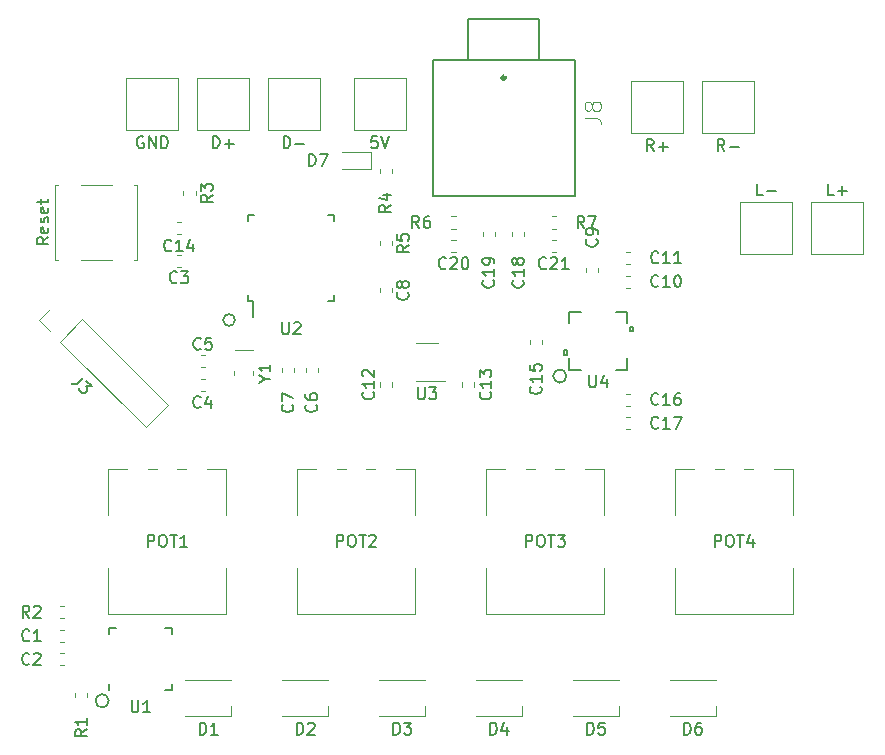
<source format=gbr>
G04 #@! TF.GenerationSoftware,KiCad,Pcbnew,(5.0.0)*
G04 #@! TF.CreationDate,2021-03-23T01:42:42-07:00*
G04 #@! TF.ProjectId,TheVolumeMixerV2,546865566F6C756D654D697865725632,rev?*
G04 #@! TF.SameCoordinates,Original*
G04 #@! TF.FileFunction,Legend,Top*
G04 #@! TF.FilePolarity,Positive*
%FSLAX46Y46*%
G04 Gerber Fmt 4.6, Leading zero omitted, Abs format (unit mm)*
G04 Created by KiCad (PCBNEW (5.0.0)) date 03/23/21 01:42:42*
%MOMM*%
%LPD*%
G01*
G04 APERTURE LIST*
%ADD10C,0.200000*%
%ADD11C,0.152400*%
%ADD12C,0.120000*%
%ADD13C,0.127000*%
%ADD14C,0.300000*%
%ADD15C,0.150000*%
%ADD16C,0.015000*%
G04 APERTURE END LIST*
D10*
X120559017Y-121500000D02*
G75*
G03X120559017Y-121500000I-559017J0D01*
G01*
X159309017Y-94000000D02*
G75*
G03X159309017Y-94000000I-559017J0D01*
G01*
X131250000Y-89250000D02*
G75*
G03X131250000Y-89250000I-500000J0D01*
G01*
D11*
G04 #@! TO.C,U4*
X164456000Y-93456000D02*
X164456000Y-92468246D01*
X164456000Y-88544000D02*
X163467994Y-88544000D01*
X159544000Y-88544000D02*
X159544000Y-89531754D01*
X159544000Y-93456000D02*
X160532006Y-93456000D01*
X163467994Y-93456000D02*
X164456000Y-93456000D01*
X164456000Y-89531754D02*
X164456000Y-88544000D01*
X160532006Y-88544000D02*
X159544000Y-88544000D01*
X159544000Y-92468246D02*
X159544000Y-93456000D01*
X164654000Y-90190248D02*
X164908000Y-90190248D01*
X164908000Y-90190248D02*
X164908000Y-89809248D01*
X164908000Y-89809248D02*
X164654000Y-89809248D01*
X164654000Y-89809248D02*
X164654000Y-90190248D01*
X159346000Y-92190752D02*
X159092000Y-92190752D01*
X159092000Y-92190752D02*
X159092000Y-91809752D01*
X159092000Y-91809752D02*
X159346000Y-91809752D01*
X159346000Y-91809752D02*
X159346000Y-92190752D01*
D12*
G04 #@! TO.C,D2*
X139150000Y-119754156D02*
X135250000Y-119754156D01*
X139150000Y-122754156D02*
X135250000Y-122754156D01*
X139150000Y-121954156D02*
X139150000Y-122754156D01*
G04 #@! TO.C,D1*
X130950000Y-119754156D02*
X127050000Y-119754156D01*
X130950000Y-122754156D02*
X127050000Y-122754156D01*
X130950000Y-121954156D02*
X130950000Y-122754156D01*
D13*
G04 #@! TO.C,J8*
X160000000Y-67250000D02*
X160000000Y-78750000D01*
X160000000Y-78750000D02*
X148000000Y-78750000D01*
X148000000Y-78750000D02*
X148000000Y-67250000D01*
D14*
X154150000Y-68750000D02*
G75*
G03X154150000Y-68750000I-150000J0D01*
G01*
D13*
X160000000Y-67250000D02*
X157000000Y-67250000D01*
X157000000Y-67250000D02*
X151000000Y-67250000D01*
X151000000Y-67250000D02*
X148000000Y-67250000D01*
X157000000Y-67250000D02*
X157000000Y-63750000D01*
X157000000Y-63750000D02*
X151000000Y-63750000D01*
X151000000Y-63750000D02*
X151000000Y-67250000D01*
D12*
G04 #@! TO.C,C2*
X116453733Y-117467078D02*
X116796267Y-117467078D01*
X116453733Y-118487078D02*
X116796267Y-118487078D01*
G04 #@! TO.C,C3*
X126671267Y-84760000D02*
X126328733Y-84760000D01*
X126671267Y-83740000D02*
X126328733Y-83740000D01*
G04 #@! TO.C,C6*
X138260000Y-93328733D02*
X138260000Y-93671267D01*
X137240000Y-93328733D02*
X137240000Y-93671267D01*
G04 #@! TO.C,C7*
X136260000Y-93328733D02*
X136260000Y-93671267D01*
X135240000Y-93328733D02*
X135240000Y-93671267D01*
G04 #@! TO.C,C18*
X155760000Y-81828733D02*
X155760000Y-82171267D01*
X154740000Y-81828733D02*
X154740000Y-82171267D01*
G04 #@! TO.C,C19*
X152240000Y-81828733D02*
X152240000Y-82171267D01*
X153260000Y-81828733D02*
X153260000Y-82171267D01*
G04 #@! TO.C,C12*
X144517233Y-94887384D02*
X144517233Y-94544850D01*
X143497233Y-94887384D02*
X143497233Y-94544850D01*
G04 #@! TO.C,C13*
X150497233Y-94887384D02*
X150497233Y-94544850D01*
X151517233Y-94887384D02*
X151517233Y-94544850D01*
G04 #@! TO.C,D7*
X140325000Y-76485000D02*
X142785000Y-76485000D01*
X142785000Y-76485000D02*
X142785000Y-75015000D01*
X142785000Y-75015000D02*
X140325000Y-75015000D01*
G04 #@! TO.C,5V*
X145700000Y-73200000D02*
X141300000Y-73200000D01*
X141300000Y-73200000D02*
X141300000Y-68800000D01*
X141300000Y-68800000D02*
X145700000Y-68800000D01*
X145700000Y-68800000D02*
X145700000Y-73200000D01*
G04 #@! TO.C,D-*
X138450000Y-68800000D02*
X138450000Y-73200000D01*
X134050000Y-68800000D02*
X138450000Y-68800000D01*
X134050000Y-73200000D02*
X134050000Y-68800000D01*
X138450000Y-73200000D02*
X134050000Y-73200000D01*
G04 #@! TO.C,J3*
X123684205Y-98315109D02*
X125565109Y-96434205D01*
X116457574Y-91088478D02*
X123684205Y-98315109D01*
X118338478Y-89207574D02*
X125565109Y-96434205D01*
X116457574Y-91088478D02*
X118338478Y-89207574D01*
X115559548Y-90190452D02*
X114619096Y-89250000D01*
X114619096Y-89250000D02*
X115559548Y-88309548D01*
G04 #@! TO.C,D+*
X132450000Y-73200000D02*
X128050000Y-73200000D01*
X128050000Y-73200000D02*
X128050000Y-68800000D01*
X128050000Y-68800000D02*
X132450000Y-68800000D01*
X132450000Y-68800000D02*
X132450000Y-73200000D01*
G04 #@! TO.C,GND*
X126450000Y-68800000D02*
X126450000Y-73200000D01*
X122050000Y-68800000D02*
X126450000Y-68800000D01*
X122050000Y-73200000D02*
X122050000Y-68800000D01*
X126450000Y-73200000D02*
X122050000Y-73200000D01*
G04 #@! TO.C,L+*
X180050000Y-79300000D02*
X184450000Y-79300000D01*
X184450000Y-79300000D02*
X184450000Y-83700000D01*
X184450000Y-83700000D02*
X180050000Y-83700000D01*
X180050000Y-83700000D02*
X180050000Y-79300000D01*
G04 #@! TO.C,L-*
X174050000Y-83700000D02*
X174050000Y-79300000D01*
X178450000Y-83700000D02*
X174050000Y-83700000D01*
X178450000Y-79300000D02*
X178450000Y-83700000D01*
X174050000Y-79300000D02*
X178450000Y-79300000D01*
G04 #@! TO.C,R-*
X170800000Y-73450000D02*
X170800000Y-69050000D01*
X175200000Y-73450000D02*
X170800000Y-73450000D01*
X175200000Y-69050000D02*
X175200000Y-73450000D01*
X170800000Y-69050000D02*
X175200000Y-69050000D01*
G04 #@! TO.C,R+*
X164800000Y-69050000D02*
X169200000Y-69050000D01*
X169200000Y-69050000D02*
X169200000Y-73450000D01*
X169200000Y-73450000D02*
X164800000Y-73450000D01*
X164800000Y-73450000D02*
X164800000Y-69050000D01*
G04 #@! TO.C,Reset*
X116300000Y-84150000D02*
X116050000Y-84150000D01*
X116050000Y-84150000D02*
X116050000Y-77850000D01*
X116050000Y-77850000D02*
X116300000Y-77850000D01*
X120800000Y-84150000D02*
X118200000Y-84150000D01*
X122700000Y-77850000D02*
X122950000Y-77850000D01*
X122950000Y-77850000D02*
X122950000Y-84150000D01*
X122950000Y-84150000D02*
X122700000Y-84150000D01*
X118200000Y-77850000D02*
X120800000Y-77850000D01*
D15*
G04 #@! TO.C,U2*
X132375000Y-87625000D02*
X132800000Y-87625000D01*
X132375000Y-80375000D02*
X132900000Y-80375000D01*
X139625000Y-80375000D02*
X139100000Y-80375000D01*
X139625000Y-87625000D02*
X139100000Y-87625000D01*
X132375000Y-87625000D02*
X132375000Y-87100000D01*
X139625000Y-87625000D02*
X139625000Y-87100000D01*
X139625000Y-80375000D02*
X139625000Y-80900000D01*
X132375000Y-80375000D02*
X132375000Y-80900000D01*
X132800000Y-87625000D02*
X132800000Y-89000000D01*
D12*
G04 #@! TO.C,U3*
X148400000Y-91191116D02*
X146600000Y-91191116D01*
X146600000Y-94411116D02*
X149050000Y-94411116D01*
G04 #@! TO.C,Y1*
X132800000Y-93600000D02*
X132800000Y-93900000D01*
X131200000Y-93600000D02*
X131200000Y-93900000D01*
X132750000Y-91800000D02*
X131250000Y-91800000D01*
G04 #@! TO.C,C1*
X116796267Y-116487078D02*
X116453733Y-116487078D01*
X116796267Y-115467078D02*
X116453733Y-115467078D01*
G04 #@! TO.C,C4*
X128343733Y-94240000D02*
X128686267Y-94240000D01*
X128343733Y-95260000D02*
X128686267Y-95260000D01*
G04 #@! TO.C,C5*
X128343733Y-93260000D02*
X128686267Y-93260000D01*
X128343733Y-92240000D02*
X128686267Y-92240000D01*
G04 #@! TO.C,C8*
X144510000Y-86921267D02*
X144510000Y-86578733D01*
X143490000Y-86921267D02*
X143490000Y-86578733D01*
G04 #@! TO.C,C9*
X160990000Y-85171267D02*
X160990000Y-84828733D01*
X162010000Y-85171267D02*
X162010000Y-84828733D01*
G04 #@! TO.C,C10*
X164328733Y-86510000D02*
X164671267Y-86510000D01*
X164328733Y-85490000D02*
X164671267Y-85490000D01*
G04 #@! TO.C,C11*
X164328733Y-83490000D02*
X164671267Y-83490000D01*
X164328733Y-84510000D02*
X164671267Y-84510000D01*
G04 #@! TO.C,C14*
X126328733Y-80990000D02*
X126671267Y-80990000D01*
X126328733Y-82010000D02*
X126671267Y-82010000D01*
G04 #@! TO.C,C15*
X156240000Y-90909809D02*
X156240000Y-91252343D01*
X157260000Y-90909809D02*
X157260000Y-91252343D01*
G04 #@! TO.C,C16*
X164328733Y-96510000D02*
X164671267Y-96510000D01*
X164328733Y-95490000D02*
X164671267Y-95490000D01*
G04 #@! TO.C,C17*
X164328733Y-97490000D02*
X164671267Y-97490000D01*
X164328733Y-98510000D02*
X164671267Y-98510000D01*
G04 #@! TO.C,R1*
X117740000Y-121148345D02*
X117740000Y-120805811D01*
X118760000Y-121148345D02*
X118760000Y-120805811D01*
G04 #@! TO.C,R2*
X116453733Y-114510000D02*
X116796267Y-114510000D01*
X116453733Y-113490000D02*
X116796267Y-113490000D01*
G04 #@! TO.C,R3*
X127910000Y-78328733D02*
X127910000Y-78671267D01*
X126890000Y-78328733D02*
X126890000Y-78671267D01*
G04 #@! TO.C,R4*
X143490000Y-76428733D02*
X143490000Y-76771267D01*
X144510000Y-76428733D02*
X144510000Y-76771267D01*
G04 #@! TO.C,R5*
X144510000Y-82578733D02*
X144510000Y-82921267D01*
X143490000Y-82578733D02*
X143490000Y-82921267D01*
G04 #@! TO.C,R6*
X149578733Y-80490000D02*
X149921267Y-80490000D01*
X149578733Y-81510000D02*
X149921267Y-81510000D01*
G04 #@! TO.C,R7*
X158405744Y-80490000D02*
X158063210Y-80490000D01*
X158405744Y-81510000D02*
X158063210Y-81510000D01*
G04 #@! TO.C,POT1*
X130470000Y-101880000D02*
X130470000Y-105745000D01*
X130470000Y-110255000D02*
X130470000Y-114120000D01*
X120530000Y-101880000D02*
X120530000Y-105745000D01*
X120530000Y-110255000D02*
X120530000Y-114120000D01*
X130470000Y-101880000D02*
X128871000Y-101880000D01*
X127129000Y-101880000D02*
X126370000Y-101880000D01*
X124629000Y-101880000D02*
X123870000Y-101880000D01*
X122130000Y-101880000D02*
X120530000Y-101880000D01*
X130470000Y-114120000D02*
X120530000Y-114120000D01*
G04 #@! TO.C,POT2*
X146470000Y-114120000D02*
X136530000Y-114120000D01*
X138130000Y-101880000D02*
X136530000Y-101880000D01*
X140629000Y-101880000D02*
X139870000Y-101880000D01*
X143129000Y-101880000D02*
X142370000Y-101880000D01*
X146470000Y-101880000D02*
X144871000Y-101880000D01*
X136530000Y-110255000D02*
X136530000Y-114120000D01*
X136530000Y-101880000D02*
X136530000Y-105745000D01*
X146470000Y-110255000D02*
X146470000Y-114120000D01*
X146470000Y-101880000D02*
X146470000Y-105745000D01*
G04 #@! TO.C,POT3*
X162470000Y-101880000D02*
X162470000Y-105745000D01*
X162470000Y-110255000D02*
X162470000Y-114120000D01*
X152530000Y-101880000D02*
X152530000Y-105745000D01*
X152530000Y-110255000D02*
X152530000Y-114120000D01*
X162470000Y-101880000D02*
X160871000Y-101880000D01*
X159129000Y-101880000D02*
X158370000Y-101880000D01*
X156629000Y-101880000D02*
X155870000Y-101880000D01*
X154130000Y-101880000D02*
X152530000Y-101880000D01*
X162470000Y-114120000D02*
X152530000Y-114120000D01*
G04 #@! TO.C,POT4*
X178470000Y-114120000D02*
X168530000Y-114120000D01*
X170130000Y-101880000D02*
X168530000Y-101880000D01*
X172629000Y-101880000D02*
X171870000Y-101880000D01*
X175129000Y-101880000D02*
X174370000Y-101880000D01*
X178470000Y-101880000D02*
X176871000Y-101880000D01*
X168530000Y-110255000D02*
X168530000Y-114120000D01*
X168530000Y-101880000D02*
X168530000Y-105745000D01*
X178470000Y-110255000D02*
X178470000Y-114120000D01*
X178470000Y-101880000D02*
X178470000Y-105745000D01*
G04 #@! TO.C,C20*
X149578733Y-82490000D02*
X149921267Y-82490000D01*
X149578733Y-83510000D02*
X149921267Y-83510000D01*
G04 #@! TO.C,C21*
X158405744Y-82490000D02*
X158063210Y-82490000D01*
X158405744Y-83510000D02*
X158063210Y-83510000D01*
D15*
G04 #@! TO.C,U1*
X120625000Y-115352078D02*
X121150000Y-115352078D01*
X125875000Y-120602078D02*
X125350000Y-120602078D01*
X125875000Y-115352078D02*
X125350000Y-115352078D01*
X120625000Y-120602078D02*
X120625000Y-120077078D01*
X125875000Y-120602078D02*
X125875000Y-120077078D01*
X125875000Y-115352078D02*
X125875000Y-115877078D01*
X120625000Y-115352078D02*
X120625000Y-115877078D01*
D12*
G04 #@! TO.C,D3*
X147350000Y-119750000D02*
X143450000Y-119750000D01*
X147350000Y-122750000D02*
X143450000Y-122750000D01*
X147350000Y-121950000D02*
X147350000Y-122750000D01*
G04 #@! TO.C,D4*
X155550000Y-121950000D02*
X155550000Y-122750000D01*
X155550000Y-122750000D02*
X151650000Y-122750000D01*
X155550000Y-119750000D02*
X151650000Y-119750000D01*
G04 #@! TO.C,D5*
X163750000Y-121950000D02*
X163750000Y-122750000D01*
X163750000Y-122750000D02*
X159850000Y-122750000D01*
X163750000Y-119750000D02*
X159850000Y-119750000D01*
G04 #@! TO.C,D6*
X171950000Y-119750000D02*
X168050000Y-119750000D01*
X171950000Y-122750000D02*
X168050000Y-122750000D01*
X171950000Y-121950000D02*
X171950000Y-122750000D01*
G04 #@! TD*
G04 #@! TO.C,U4*
D15*
X161238095Y-93952380D02*
X161238095Y-94761904D01*
X161285714Y-94857142D01*
X161333333Y-94904761D01*
X161428571Y-94952380D01*
X161619047Y-94952380D01*
X161714285Y-94904761D01*
X161761904Y-94857142D01*
X161809523Y-94761904D01*
X161809523Y-93952380D01*
X162714285Y-94285714D02*
X162714285Y-94952380D01*
X162476190Y-93904761D02*
X162238095Y-94619047D01*
X162857142Y-94619047D01*
G04 #@! TO.C,D2*
X136461904Y-124356536D02*
X136461904Y-123356536D01*
X136700000Y-123356536D01*
X136842857Y-123404156D01*
X136938095Y-123499394D01*
X136985714Y-123594632D01*
X137033333Y-123785108D01*
X137033333Y-123927965D01*
X136985714Y-124118441D01*
X136938095Y-124213679D01*
X136842857Y-124308917D01*
X136700000Y-124356536D01*
X136461904Y-124356536D01*
X137414285Y-123451775D02*
X137461904Y-123404156D01*
X137557142Y-123356536D01*
X137795238Y-123356536D01*
X137890476Y-123404156D01*
X137938095Y-123451775D01*
X137985714Y-123547013D01*
X137985714Y-123642251D01*
X137938095Y-123785108D01*
X137366666Y-124356536D01*
X137985714Y-124356536D01*
G04 #@! TO.C,D1*
X128261904Y-124356536D02*
X128261904Y-123356536D01*
X128500000Y-123356536D01*
X128642857Y-123404156D01*
X128738095Y-123499394D01*
X128785714Y-123594632D01*
X128833333Y-123785108D01*
X128833333Y-123927965D01*
X128785714Y-124118441D01*
X128738095Y-124213679D01*
X128642857Y-124308917D01*
X128500000Y-124356536D01*
X128261904Y-124356536D01*
X129785714Y-124356536D02*
X129214285Y-124356536D01*
X129500000Y-124356536D02*
X129500000Y-123356536D01*
X129404761Y-123499394D01*
X129309523Y-123594632D01*
X129214285Y-123642251D01*
G04 #@! TO.C,J8*
D16*
X160857180Y-72163027D02*
X161857888Y-72163027D01*
X162058030Y-72229741D01*
X162191458Y-72363169D01*
X162258172Y-72563310D01*
X162258172Y-72696738D01*
X161457605Y-71295746D02*
X161390891Y-71429174D01*
X161324177Y-71495888D01*
X161190749Y-71562602D01*
X161124035Y-71562602D01*
X160990607Y-71495888D01*
X160923894Y-71429174D01*
X160857180Y-71295746D01*
X160857180Y-71028890D01*
X160923894Y-70895463D01*
X160990607Y-70828749D01*
X161124035Y-70762035D01*
X161190749Y-70762035D01*
X161324177Y-70828749D01*
X161390891Y-70895463D01*
X161457605Y-71028890D01*
X161457605Y-71295746D01*
X161524319Y-71429174D01*
X161591033Y-71495888D01*
X161724460Y-71562602D01*
X161991316Y-71562602D01*
X162124744Y-71495888D01*
X162191458Y-71429174D01*
X162258172Y-71295746D01*
X162258172Y-71028890D01*
X162191458Y-70895463D01*
X162124744Y-70828749D01*
X161991316Y-70762035D01*
X161724460Y-70762035D01*
X161591033Y-70828749D01*
X161524319Y-70895463D01*
X161457605Y-71028890D01*
G04 #@! TO.C,C2*
D15*
X113833333Y-118357142D02*
X113785714Y-118404761D01*
X113642857Y-118452380D01*
X113547619Y-118452380D01*
X113404761Y-118404761D01*
X113309523Y-118309523D01*
X113261904Y-118214285D01*
X113214285Y-118023809D01*
X113214285Y-117880952D01*
X113261904Y-117690476D01*
X113309523Y-117595238D01*
X113404761Y-117500000D01*
X113547619Y-117452380D01*
X113642857Y-117452380D01*
X113785714Y-117500000D01*
X113833333Y-117547619D01*
X114214285Y-117547619D02*
X114261904Y-117500000D01*
X114357142Y-117452380D01*
X114595238Y-117452380D01*
X114690476Y-117500000D01*
X114738095Y-117547619D01*
X114785714Y-117642857D01*
X114785714Y-117738095D01*
X114738095Y-117880952D01*
X114166666Y-118452380D01*
X114785714Y-118452380D01*
G04 #@! TO.C,C3*
X126333333Y-86037142D02*
X126285714Y-86084761D01*
X126142857Y-86132380D01*
X126047619Y-86132380D01*
X125904761Y-86084761D01*
X125809523Y-85989523D01*
X125761904Y-85894285D01*
X125714285Y-85703809D01*
X125714285Y-85560952D01*
X125761904Y-85370476D01*
X125809523Y-85275238D01*
X125904761Y-85180000D01*
X126047619Y-85132380D01*
X126142857Y-85132380D01*
X126285714Y-85180000D01*
X126333333Y-85227619D01*
X126666666Y-85132380D02*
X127285714Y-85132380D01*
X126952380Y-85513333D01*
X127095238Y-85513333D01*
X127190476Y-85560952D01*
X127238095Y-85608571D01*
X127285714Y-85703809D01*
X127285714Y-85941904D01*
X127238095Y-86037142D01*
X127190476Y-86084761D01*
X127095238Y-86132380D01*
X126809523Y-86132380D01*
X126714285Y-86084761D01*
X126666666Y-86037142D01*
G04 #@! TO.C,C6*
X138107142Y-96416666D02*
X138154761Y-96464285D01*
X138202380Y-96607142D01*
X138202380Y-96702380D01*
X138154761Y-96845238D01*
X138059523Y-96940476D01*
X137964285Y-96988095D01*
X137773809Y-97035714D01*
X137630952Y-97035714D01*
X137440476Y-96988095D01*
X137345238Y-96940476D01*
X137250000Y-96845238D01*
X137202380Y-96702380D01*
X137202380Y-96607142D01*
X137250000Y-96464285D01*
X137297619Y-96416666D01*
X137202380Y-95559523D02*
X137202380Y-95750000D01*
X137250000Y-95845238D01*
X137297619Y-95892857D01*
X137440476Y-95988095D01*
X137630952Y-96035714D01*
X138011904Y-96035714D01*
X138107142Y-95988095D01*
X138154761Y-95940476D01*
X138202380Y-95845238D01*
X138202380Y-95654761D01*
X138154761Y-95559523D01*
X138107142Y-95511904D01*
X138011904Y-95464285D01*
X137773809Y-95464285D01*
X137678571Y-95511904D01*
X137630952Y-95559523D01*
X137583333Y-95654761D01*
X137583333Y-95845238D01*
X137630952Y-95940476D01*
X137678571Y-95988095D01*
X137773809Y-96035714D01*
G04 #@! TO.C,C7*
X136107142Y-96416666D02*
X136154761Y-96464285D01*
X136202380Y-96607142D01*
X136202380Y-96702380D01*
X136154761Y-96845238D01*
X136059523Y-96940476D01*
X135964285Y-96988095D01*
X135773809Y-97035714D01*
X135630952Y-97035714D01*
X135440476Y-96988095D01*
X135345238Y-96940476D01*
X135250000Y-96845238D01*
X135202380Y-96702380D01*
X135202380Y-96607142D01*
X135250000Y-96464285D01*
X135297619Y-96416666D01*
X135202380Y-96083333D02*
X135202380Y-95416666D01*
X136202380Y-95845238D01*
G04 #@! TO.C,C18*
X155607142Y-85892857D02*
X155654761Y-85940476D01*
X155702380Y-86083333D01*
X155702380Y-86178571D01*
X155654761Y-86321428D01*
X155559523Y-86416666D01*
X155464285Y-86464285D01*
X155273809Y-86511904D01*
X155130952Y-86511904D01*
X154940476Y-86464285D01*
X154845238Y-86416666D01*
X154750000Y-86321428D01*
X154702380Y-86178571D01*
X154702380Y-86083333D01*
X154750000Y-85940476D01*
X154797619Y-85892857D01*
X155702380Y-84940476D02*
X155702380Y-85511904D01*
X155702380Y-85226190D02*
X154702380Y-85226190D01*
X154845238Y-85321428D01*
X154940476Y-85416666D01*
X154988095Y-85511904D01*
X155130952Y-84369047D02*
X155083333Y-84464285D01*
X155035714Y-84511904D01*
X154940476Y-84559523D01*
X154892857Y-84559523D01*
X154797619Y-84511904D01*
X154750000Y-84464285D01*
X154702380Y-84369047D01*
X154702380Y-84178571D01*
X154750000Y-84083333D01*
X154797619Y-84035714D01*
X154892857Y-83988095D01*
X154940476Y-83988095D01*
X155035714Y-84035714D01*
X155083333Y-84083333D01*
X155130952Y-84178571D01*
X155130952Y-84369047D01*
X155178571Y-84464285D01*
X155226190Y-84511904D01*
X155321428Y-84559523D01*
X155511904Y-84559523D01*
X155607142Y-84511904D01*
X155654761Y-84464285D01*
X155702380Y-84369047D01*
X155702380Y-84178571D01*
X155654761Y-84083333D01*
X155607142Y-84035714D01*
X155511904Y-83988095D01*
X155321428Y-83988095D01*
X155226190Y-84035714D01*
X155178571Y-84083333D01*
X155130952Y-84178571D01*
G04 #@! TO.C,C19*
X153107142Y-85892857D02*
X153154761Y-85940476D01*
X153202380Y-86083333D01*
X153202380Y-86178571D01*
X153154761Y-86321428D01*
X153059523Y-86416666D01*
X152964285Y-86464285D01*
X152773809Y-86511904D01*
X152630952Y-86511904D01*
X152440476Y-86464285D01*
X152345238Y-86416666D01*
X152250000Y-86321428D01*
X152202380Y-86178571D01*
X152202380Y-86083333D01*
X152250000Y-85940476D01*
X152297619Y-85892857D01*
X153202380Y-84940476D02*
X153202380Y-85511904D01*
X153202380Y-85226190D02*
X152202380Y-85226190D01*
X152345238Y-85321428D01*
X152440476Y-85416666D01*
X152488095Y-85511904D01*
X153202380Y-84464285D02*
X153202380Y-84273809D01*
X153154761Y-84178571D01*
X153107142Y-84130952D01*
X152964285Y-84035714D01*
X152773809Y-83988095D01*
X152392857Y-83988095D01*
X152297619Y-84035714D01*
X152250000Y-84083333D01*
X152202380Y-84178571D01*
X152202380Y-84369047D01*
X152250000Y-84464285D01*
X152297619Y-84511904D01*
X152392857Y-84559523D01*
X152630952Y-84559523D01*
X152726190Y-84511904D01*
X152773809Y-84464285D01*
X152821428Y-84369047D01*
X152821428Y-84178571D01*
X152773809Y-84083333D01*
X152726190Y-84035714D01*
X152630952Y-83988095D01*
G04 #@! TO.C,C12*
X142934375Y-95358974D02*
X142981994Y-95406593D01*
X143029613Y-95549450D01*
X143029613Y-95644688D01*
X142981994Y-95787545D01*
X142886756Y-95882783D01*
X142791518Y-95930402D01*
X142601042Y-95978021D01*
X142458185Y-95978021D01*
X142267709Y-95930402D01*
X142172471Y-95882783D01*
X142077233Y-95787545D01*
X142029613Y-95644688D01*
X142029613Y-95549450D01*
X142077233Y-95406593D01*
X142124852Y-95358974D01*
X143029613Y-94406593D02*
X143029613Y-94978021D01*
X143029613Y-94692307D02*
X142029613Y-94692307D01*
X142172471Y-94787545D01*
X142267709Y-94882783D01*
X142315328Y-94978021D01*
X142124852Y-94025640D02*
X142077233Y-93978021D01*
X142029613Y-93882783D01*
X142029613Y-93644688D01*
X142077233Y-93549450D01*
X142124852Y-93501831D01*
X142220090Y-93454212D01*
X142315328Y-93454212D01*
X142458185Y-93501831D01*
X143029613Y-94073259D01*
X143029613Y-93454212D01*
G04 #@! TO.C,C13*
X152857142Y-95358974D02*
X152904761Y-95406593D01*
X152952380Y-95549450D01*
X152952380Y-95644688D01*
X152904761Y-95787545D01*
X152809523Y-95882783D01*
X152714285Y-95930402D01*
X152523809Y-95978021D01*
X152380952Y-95978021D01*
X152190476Y-95930402D01*
X152095238Y-95882783D01*
X152000000Y-95787545D01*
X151952380Y-95644688D01*
X151952380Y-95549450D01*
X152000000Y-95406593D01*
X152047619Y-95358974D01*
X152952380Y-94406593D02*
X152952380Y-94978021D01*
X152952380Y-94692307D02*
X151952380Y-94692307D01*
X152095238Y-94787545D01*
X152190476Y-94882783D01*
X152238095Y-94978021D01*
X151952380Y-94073259D02*
X151952380Y-93454212D01*
X152333333Y-93787545D01*
X152333333Y-93644688D01*
X152380952Y-93549450D01*
X152428571Y-93501831D01*
X152523809Y-93454212D01*
X152761904Y-93454212D01*
X152857142Y-93501831D01*
X152904761Y-93549450D01*
X152952380Y-93644688D01*
X152952380Y-93930402D01*
X152904761Y-94025640D01*
X152857142Y-94073259D01*
G04 #@! TO.C,D7*
X137511904Y-76202380D02*
X137511904Y-75202380D01*
X137750000Y-75202380D01*
X137892857Y-75250000D01*
X137988095Y-75345238D01*
X138035714Y-75440476D01*
X138083333Y-75630952D01*
X138083333Y-75773809D01*
X138035714Y-75964285D01*
X137988095Y-76059523D01*
X137892857Y-76154761D01*
X137750000Y-76202380D01*
X137511904Y-76202380D01*
X138416666Y-75202380D02*
X139083333Y-75202380D01*
X138654761Y-76202380D01*
G04 #@! TO.C,5V*
X143309523Y-73702380D02*
X142833333Y-73702380D01*
X142785714Y-74178571D01*
X142833333Y-74130952D01*
X142928571Y-74083333D01*
X143166666Y-74083333D01*
X143261904Y-74130952D01*
X143309523Y-74178571D01*
X143357142Y-74273809D01*
X143357142Y-74511904D01*
X143309523Y-74607142D01*
X143261904Y-74654761D01*
X143166666Y-74702380D01*
X142928571Y-74702380D01*
X142833333Y-74654761D01*
X142785714Y-74607142D01*
X143642857Y-73702380D02*
X143976190Y-74702380D01*
X144309523Y-73702380D01*
G04 #@! TO.C,D-*
X135369047Y-74702380D02*
X135369047Y-73702380D01*
X135607142Y-73702380D01*
X135750000Y-73750000D01*
X135845238Y-73845238D01*
X135892857Y-73940476D01*
X135940476Y-74130952D01*
X135940476Y-74273809D01*
X135892857Y-74464285D01*
X135845238Y-74559523D01*
X135750000Y-74654761D01*
X135607142Y-74702380D01*
X135369047Y-74702380D01*
X136369047Y-74321428D02*
X137130952Y-74321428D01*
G04 #@! TO.C,J3*
X118401522Y-94127072D02*
X117896446Y-94632148D01*
X117761759Y-94699492D01*
X117627072Y-94699492D01*
X117492385Y-94632148D01*
X117425042Y-94564805D01*
X118670896Y-94396446D02*
X119108629Y-94834179D01*
X118603553Y-94867851D01*
X118704568Y-94968866D01*
X118738240Y-95069881D01*
X118738240Y-95137225D01*
X118704568Y-95238240D01*
X118536209Y-95406599D01*
X118435194Y-95440270D01*
X118367851Y-95440270D01*
X118266835Y-95406599D01*
X118064805Y-95204568D01*
X118031133Y-95103553D01*
X118031133Y-95036209D01*
G04 #@! TO.C,D+*
X129369047Y-74702380D02*
X129369047Y-73702380D01*
X129607142Y-73702380D01*
X129750000Y-73750000D01*
X129845238Y-73845238D01*
X129892857Y-73940476D01*
X129940476Y-74130952D01*
X129940476Y-74273809D01*
X129892857Y-74464285D01*
X129845238Y-74559523D01*
X129750000Y-74654761D01*
X129607142Y-74702380D01*
X129369047Y-74702380D01*
X130369047Y-74321428D02*
X131130952Y-74321428D01*
X130750000Y-74702380D02*
X130750000Y-73940476D01*
G04 #@! TO.C,GND*
X123488095Y-73750000D02*
X123392857Y-73702380D01*
X123250000Y-73702380D01*
X123107142Y-73750000D01*
X123011904Y-73845238D01*
X122964285Y-73940476D01*
X122916666Y-74130952D01*
X122916666Y-74273809D01*
X122964285Y-74464285D01*
X123011904Y-74559523D01*
X123107142Y-74654761D01*
X123250000Y-74702380D01*
X123345238Y-74702380D01*
X123488095Y-74654761D01*
X123535714Y-74607142D01*
X123535714Y-74273809D01*
X123345238Y-74273809D01*
X123964285Y-74702380D02*
X123964285Y-73702380D01*
X124535714Y-74702380D01*
X124535714Y-73702380D01*
X125011904Y-74702380D02*
X125011904Y-73702380D01*
X125250000Y-73702380D01*
X125392857Y-73750000D01*
X125488095Y-73845238D01*
X125535714Y-73940476D01*
X125583333Y-74130952D01*
X125583333Y-74273809D01*
X125535714Y-74464285D01*
X125488095Y-74559523D01*
X125392857Y-74654761D01*
X125250000Y-74702380D01*
X125011904Y-74702380D01*
G04 #@! TO.C,L+*
X181940476Y-78702380D02*
X181464285Y-78702380D01*
X181464285Y-77702380D01*
X182273809Y-78321428D02*
X183035714Y-78321428D01*
X182654761Y-78702380D02*
X182654761Y-77940476D01*
G04 #@! TO.C,L-*
X175940476Y-78702380D02*
X175464285Y-78702380D01*
X175464285Y-77702380D01*
X176273809Y-78321428D02*
X177035714Y-78321428D01*
G04 #@! TO.C,R-*
X172690476Y-74952380D02*
X172357142Y-74476190D01*
X172119047Y-74952380D02*
X172119047Y-73952380D01*
X172500000Y-73952380D01*
X172595238Y-74000000D01*
X172642857Y-74047619D01*
X172690476Y-74142857D01*
X172690476Y-74285714D01*
X172642857Y-74380952D01*
X172595238Y-74428571D01*
X172500000Y-74476190D01*
X172119047Y-74476190D01*
X173119047Y-74571428D02*
X173880952Y-74571428D01*
G04 #@! TO.C,R+*
X166690476Y-74952380D02*
X166357142Y-74476190D01*
X166119047Y-74952380D02*
X166119047Y-73952380D01*
X166500000Y-73952380D01*
X166595238Y-74000000D01*
X166642857Y-74047619D01*
X166690476Y-74142857D01*
X166690476Y-74285714D01*
X166642857Y-74380952D01*
X166595238Y-74428571D01*
X166500000Y-74476190D01*
X166119047Y-74476190D01*
X167119047Y-74571428D02*
X167880952Y-74571428D01*
X167500000Y-74952380D02*
X167500000Y-74190476D01*
G04 #@! TO.C,Reset*
X115452380Y-82238095D02*
X114976190Y-82571428D01*
X115452380Y-82809523D02*
X114452380Y-82809523D01*
X114452380Y-82428571D01*
X114500000Y-82333333D01*
X114547619Y-82285714D01*
X114642857Y-82238095D01*
X114785714Y-82238095D01*
X114880952Y-82285714D01*
X114928571Y-82333333D01*
X114976190Y-82428571D01*
X114976190Y-82809523D01*
X115404761Y-81428571D02*
X115452380Y-81523809D01*
X115452380Y-81714285D01*
X115404761Y-81809523D01*
X115309523Y-81857142D01*
X114928571Y-81857142D01*
X114833333Y-81809523D01*
X114785714Y-81714285D01*
X114785714Y-81523809D01*
X114833333Y-81428571D01*
X114928571Y-81380952D01*
X115023809Y-81380952D01*
X115119047Y-81857142D01*
X115404761Y-81000000D02*
X115452380Y-80904761D01*
X115452380Y-80714285D01*
X115404761Y-80619047D01*
X115309523Y-80571428D01*
X115261904Y-80571428D01*
X115166666Y-80619047D01*
X115119047Y-80714285D01*
X115119047Y-80857142D01*
X115071428Y-80952380D01*
X114976190Y-81000000D01*
X114928571Y-81000000D01*
X114833333Y-80952380D01*
X114785714Y-80857142D01*
X114785714Y-80714285D01*
X114833333Y-80619047D01*
X115404761Y-79761904D02*
X115452380Y-79857142D01*
X115452380Y-80047619D01*
X115404761Y-80142857D01*
X115309523Y-80190476D01*
X114928571Y-80190476D01*
X114833333Y-80142857D01*
X114785714Y-80047619D01*
X114785714Y-79857142D01*
X114833333Y-79761904D01*
X114928571Y-79714285D01*
X115023809Y-79714285D01*
X115119047Y-80190476D01*
X114785714Y-79428571D02*
X114785714Y-79047619D01*
X114452380Y-79285714D02*
X115309523Y-79285714D01*
X115404761Y-79238095D01*
X115452380Y-79142857D01*
X115452380Y-79047619D01*
G04 #@! TO.C,U2*
X135238095Y-89452380D02*
X135238095Y-90261904D01*
X135285714Y-90357142D01*
X135333333Y-90404761D01*
X135428571Y-90452380D01*
X135619047Y-90452380D01*
X135714285Y-90404761D01*
X135761904Y-90357142D01*
X135809523Y-90261904D01*
X135809523Y-89452380D01*
X136238095Y-89547619D02*
X136285714Y-89500000D01*
X136380952Y-89452380D01*
X136619047Y-89452380D01*
X136714285Y-89500000D01*
X136761904Y-89547619D01*
X136809523Y-89642857D01*
X136809523Y-89738095D01*
X136761904Y-89880952D01*
X136190476Y-90452380D01*
X136809523Y-90452380D01*
G04 #@! TO.C,U3*
X146738095Y-94952380D02*
X146738095Y-95761904D01*
X146785714Y-95857142D01*
X146833333Y-95904761D01*
X146928571Y-95952380D01*
X147119047Y-95952380D01*
X147214285Y-95904761D01*
X147261904Y-95857142D01*
X147309523Y-95761904D01*
X147309523Y-94952380D01*
X147690476Y-94952380D02*
X148309523Y-94952380D01*
X147976190Y-95333333D01*
X148119047Y-95333333D01*
X148214285Y-95380952D01*
X148261904Y-95428571D01*
X148309523Y-95523809D01*
X148309523Y-95761904D01*
X148261904Y-95857142D01*
X148214285Y-95904761D01*
X148119047Y-95952380D01*
X147833333Y-95952380D01*
X147738095Y-95904761D01*
X147690476Y-95857142D01*
G04 #@! TO.C,Y1*
X133776190Y-94226190D02*
X134252380Y-94226190D01*
X133252380Y-94559523D02*
X133776190Y-94226190D01*
X133252380Y-93892857D01*
X134252380Y-93035714D02*
X134252380Y-93607142D01*
X134252380Y-93321428D02*
X133252380Y-93321428D01*
X133395238Y-93416666D01*
X133490476Y-93511904D01*
X133538095Y-93607142D01*
G04 #@! TO.C,C1*
X113833333Y-116357142D02*
X113785714Y-116404761D01*
X113642857Y-116452380D01*
X113547619Y-116452380D01*
X113404761Y-116404761D01*
X113309523Y-116309523D01*
X113261904Y-116214285D01*
X113214285Y-116023809D01*
X113214285Y-115880952D01*
X113261904Y-115690476D01*
X113309523Y-115595238D01*
X113404761Y-115500000D01*
X113547619Y-115452380D01*
X113642857Y-115452380D01*
X113785714Y-115500000D01*
X113833333Y-115547619D01*
X114785714Y-116452380D02*
X114214285Y-116452380D01*
X114500000Y-116452380D02*
X114500000Y-115452380D01*
X114404761Y-115595238D01*
X114309523Y-115690476D01*
X114214285Y-115738095D01*
G04 #@! TO.C,C4*
X128333333Y-96607142D02*
X128285714Y-96654761D01*
X128142857Y-96702380D01*
X128047619Y-96702380D01*
X127904761Y-96654761D01*
X127809523Y-96559523D01*
X127761904Y-96464285D01*
X127714285Y-96273809D01*
X127714285Y-96130952D01*
X127761904Y-95940476D01*
X127809523Y-95845238D01*
X127904761Y-95750000D01*
X128047619Y-95702380D01*
X128142857Y-95702380D01*
X128285714Y-95750000D01*
X128333333Y-95797619D01*
X129190476Y-96035714D02*
X129190476Y-96702380D01*
X128952380Y-95654761D02*
X128714285Y-96369047D01*
X129333333Y-96369047D01*
G04 #@! TO.C,C5*
X128348333Y-91677142D02*
X128300714Y-91724761D01*
X128157857Y-91772380D01*
X128062619Y-91772380D01*
X127919761Y-91724761D01*
X127824523Y-91629523D01*
X127776904Y-91534285D01*
X127729285Y-91343809D01*
X127729285Y-91200952D01*
X127776904Y-91010476D01*
X127824523Y-90915238D01*
X127919761Y-90820000D01*
X128062619Y-90772380D01*
X128157857Y-90772380D01*
X128300714Y-90820000D01*
X128348333Y-90867619D01*
X129253095Y-90772380D02*
X128776904Y-90772380D01*
X128729285Y-91248571D01*
X128776904Y-91200952D01*
X128872142Y-91153333D01*
X129110238Y-91153333D01*
X129205476Y-91200952D01*
X129253095Y-91248571D01*
X129300714Y-91343809D01*
X129300714Y-91581904D01*
X129253095Y-91677142D01*
X129205476Y-91724761D01*
X129110238Y-91772380D01*
X128872142Y-91772380D01*
X128776904Y-91724761D01*
X128729285Y-91677142D01*
G04 #@! TO.C,C8*
X145857142Y-86916666D02*
X145904761Y-86964285D01*
X145952380Y-87107142D01*
X145952380Y-87202380D01*
X145904761Y-87345238D01*
X145809523Y-87440476D01*
X145714285Y-87488095D01*
X145523809Y-87535714D01*
X145380952Y-87535714D01*
X145190476Y-87488095D01*
X145095238Y-87440476D01*
X145000000Y-87345238D01*
X144952380Y-87202380D01*
X144952380Y-87107142D01*
X145000000Y-86964285D01*
X145047619Y-86916666D01*
X145380952Y-86345238D02*
X145333333Y-86440476D01*
X145285714Y-86488095D01*
X145190476Y-86535714D01*
X145142857Y-86535714D01*
X145047619Y-86488095D01*
X145000000Y-86440476D01*
X144952380Y-86345238D01*
X144952380Y-86154761D01*
X145000000Y-86059523D01*
X145047619Y-86011904D01*
X145142857Y-85964285D01*
X145190476Y-85964285D01*
X145285714Y-86011904D01*
X145333333Y-86059523D01*
X145380952Y-86154761D01*
X145380952Y-86345238D01*
X145428571Y-86440476D01*
X145476190Y-86488095D01*
X145571428Y-86535714D01*
X145761904Y-86535714D01*
X145857142Y-86488095D01*
X145904761Y-86440476D01*
X145952380Y-86345238D01*
X145952380Y-86154761D01*
X145904761Y-86059523D01*
X145857142Y-86011904D01*
X145761904Y-85964285D01*
X145571428Y-85964285D01*
X145476190Y-86011904D01*
X145428571Y-86059523D01*
X145380952Y-86154761D01*
G04 #@! TO.C,C9*
X161857142Y-82416666D02*
X161904761Y-82464285D01*
X161952380Y-82607142D01*
X161952380Y-82702380D01*
X161904761Y-82845238D01*
X161809523Y-82940476D01*
X161714285Y-82988095D01*
X161523809Y-83035714D01*
X161380952Y-83035714D01*
X161190476Y-82988095D01*
X161095238Y-82940476D01*
X161000000Y-82845238D01*
X160952380Y-82702380D01*
X160952380Y-82607142D01*
X161000000Y-82464285D01*
X161047619Y-82416666D01*
X161952380Y-81940476D02*
X161952380Y-81750000D01*
X161904761Y-81654761D01*
X161857142Y-81607142D01*
X161714285Y-81511904D01*
X161523809Y-81464285D01*
X161142857Y-81464285D01*
X161047619Y-81511904D01*
X161000000Y-81559523D01*
X160952380Y-81654761D01*
X160952380Y-81845238D01*
X161000000Y-81940476D01*
X161047619Y-81988095D01*
X161142857Y-82035714D01*
X161380952Y-82035714D01*
X161476190Y-81988095D01*
X161523809Y-81940476D01*
X161571428Y-81845238D01*
X161571428Y-81654761D01*
X161523809Y-81559523D01*
X161476190Y-81511904D01*
X161380952Y-81464285D01*
G04 #@! TO.C,C10*
X167107142Y-86357142D02*
X167059523Y-86404761D01*
X166916666Y-86452380D01*
X166821428Y-86452380D01*
X166678571Y-86404761D01*
X166583333Y-86309523D01*
X166535714Y-86214285D01*
X166488095Y-86023809D01*
X166488095Y-85880952D01*
X166535714Y-85690476D01*
X166583333Y-85595238D01*
X166678571Y-85500000D01*
X166821428Y-85452380D01*
X166916666Y-85452380D01*
X167059523Y-85500000D01*
X167107142Y-85547619D01*
X168059523Y-86452380D02*
X167488095Y-86452380D01*
X167773809Y-86452380D02*
X167773809Y-85452380D01*
X167678571Y-85595238D01*
X167583333Y-85690476D01*
X167488095Y-85738095D01*
X168678571Y-85452380D02*
X168773809Y-85452380D01*
X168869047Y-85500000D01*
X168916666Y-85547619D01*
X168964285Y-85642857D01*
X169011904Y-85833333D01*
X169011904Y-86071428D01*
X168964285Y-86261904D01*
X168916666Y-86357142D01*
X168869047Y-86404761D01*
X168773809Y-86452380D01*
X168678571Y-86452380D01*
X168583333Y-86404761D01*
X168535714Y-86357142D01*
X168488095Y-86261904D01*
X168440476Y-86071428D01*
X168440476Y-85833333D01*
X168488095Y-85642857D01*
X168535714Y-85547619D01*
X168583333Y-85500000D01*
X168678571Y-85452380D01*
G04 #@! TO.C,C11*
X167107142Y-84357142D02*
X167059523Y-84404761D01*
X166916666Y-84452380D01*
X166821428Y-84452380D01*
X166678571Y-84404761D01*
X166583333Y-84309523D01*
X166535714Y-84214285D01*
X166488095Y-84023809D01*
X166488095Y-83880952D01*
X166535714Y-83690476D01*
X166583333Y-83595238D01*
X166678571Y-83500000D01*
X166821428Y-83452380D01*
X166916666Y-83452380D01*
X167059523Y-83500000D01*
X167107142Y-83547619D01*
X168059523Y-84452380D02*
X167488095Y-84452380D01*
X167773809Y-84452380D02*
X167773809Y-83452380D01*
X167678571Y-83595238D01*
X167583333Y-83690476D01*
X167488095Y-83738095D01*
X169011904Y-84452380D02*
X168440476Y-84452380D01*
X168726190Y-84452380D02*
X168726190Y-83452380D01*
X168630952Y-83595238D01*
X168535714Y-83690476D01*
X168440476Y-83738095D01*
G04 #@! TO.C,C14*
X125857142Y-83357142D02*
X125809523Y-83404761D01*
X125666666Y-83452380D01*
X125571428Y-83452380D01*
X125428571Y-83404761D01*
X125333333Y-83309523D01*
X125285714Y-83214285D01*
X125238095Y-83023809D01*
X125238095Y-82880952D01*
X125285714Y-82690476D01*
X125333333Y-82595238D01*
X125428571Y-82500000D01*
X125571428Y-82452380D01*
X125666666Y-82452380D01*
X125809523Y-82500000D01*
X125857142Y-82547619D01*
X126809523Y-83452380D02*
X126238095Y-83452380D01*
X126523809Y-83452380D02*
X126523809Y-82452380D01*
X126428571Y-82595238D01*
X126333333Y-82690476D01*
X126238095Y-82738095D01*
X127666666Y-82785714D02*
X127666666Y-83452380D01*
X127428571Y-82404761D02*
X127190476Y-83119047D01*
X127809523Y-83119047D01*
G04 #@! TO.C,C15*
X157107142Y-94892857D02*
X157154761Y-94940476D01*
X157202380Y-95083333D01*
X157202380Y-95178571D01*
X157154761Y-95321428D01*
X157059523Y-95416666D01*
X156964285Y-95464285D01*
X156773809Y-95511904D01*
X156630952Y-95511904D01*
X156440476Y-95464285D01*
X156345238Y-95416666D01*
X156250000Y-95321428D01*
X156202380Y-95178571D01*
X156202380Y-95083333D01*
X156250000Y-94940476D01*
X156297619Y-94892857D01*
X157202380Y-93940476D02*
X157202380Y-94511904D01*
X157202380Y-94226190D02*
X156202380Y-94226190D01*
X156345238Y-94321428D01*
X156440476Y-94416666D01*
X156488095Y-94511904D01*
X156202380Y-93035714D02*
X156202380Y-93511904D01*
X156678571Y-93559523D01*
X156630952Y-93511904D01*
X156583333Y-93416666D01*
X156583333Y-93178571D01*
X156630952Y-93083333D01*
X156678571Y-93035714D01*
X156773809Y-92988095D01*
X157011904Y-92988095D01*
X157107142Y-93035714D01*
X157154761Y-93083333D01*
X157202380Y-93178571D01*
X157202380Y-93416666D01*
X157154761Y-93511904D01*
X157107142Y-93559523D01*
G04 #@! TO.C,C16*
X167107142Y-96357142D02*
X167059523Y-96404761D01*
X166916666Y-96452380D01*
X166821428Y-96452380D01*
X166678571Y-96404761D01*
X166583333Y-96309523D01*
X166535714Y-96214285D01*
X166488095Y-96023809D01*
X166488095Y-95880952D01*
X166535714Y-95690476D01*
X166583333Y-95595238D01*
X166678571Y-95500000D01*
X166821428Y-95452380D01*
X166916666Y-95452380D01*
X167059523Y-95500000D01*
X167107142Y-95547619D01*
X168059523Y-96452380D02*
X167488095Y-96452380D01*
X167773809Y-96452380D02*
X167773809Y-95452380D01*
X167678571Y-95595238D01*
X167583333Y-95690476D01*
X167488095Y-95738095D01*
X168916666Y-95452380D02*
X168726190Y-95452380D01*
X168630952Y-95500000D01*
X168583333Y-95547619D01*
X168488095Y-95690476D01*
X168440476Y-95880952D01*
X168440476Y-96261904D01*
X168488095Y-96357142D01*
X168535714Y-96404761D01*
X168630952Y-96452380D01*
X168821428Y-96452380D01*
X168916666Y-96404761D01*
X168964285Y-96357142D01*
X169011904Y-96261904D01*
X169011904Y-96023809D01*
X168964285Y-95928571D01*
X168916666Y-95880952D01*
X168821428Y-95833333D01*
X168630952Y-95833333D01*
X168535714Y-95880952D01*
X168488095Y-95928571D01*
X168440476Y-96023809D01*
G04 #@! TO.C,C17*
X167107142Y-98357142D02*
X167059523Y-98404761D01*
X166916666Y-98452380D01*
X166821428Y-98452380D01*
X166678571Y-98404761D01*
X166583333Y-98309523D01*
X166535714Y-98214285D01*
X166488095Y-98023809D01*
X166488095Y-97880952D01*
X166535714Y-97690476D01*
X166583333Y-97595238D01*
X166678571Y-97500000D01*
X166821428Y-97452380D01*
X166916666Y-97452380D01*
X167059523Y-97500000D01*
X167107142Y-97547619D01*
X168059523Y-98452380D02*
X167488095Y-98452380D01*
X167773809Y-98452380D02*
X167773809Y-97452380D01*
X167678571Y-97595238D01*
X167583333Y-97690476D01*
X167488095Y-97738095D01*
X168392857Y-97452380D02*
X169059523Y-97452380D01*
X168630952Y-98452380D01*
G04 #@! TO.C,R1*
X118702380Y-123916666D02*
X118226190Y-124250000D01*
X118702380Y-124488095D02*
X117702380Y-124488095D01*
X117702380Y-124107142D01*
X117750000Y-124011904D01*
X117797619Y-123964285D01*
X117892857Y-123916666D01*
X118035714Y-123916666D01*
X118130952Y-123964285D01*
X118178571Y-124011904D01*
X118226190Y-124107142D01*
X118226190Y-124488095D01*
X118702380Y-122964285D02*
X118702380Y-123535714D01*
X118702380Y-123250000D02*
X117702380Y-123250000D01*
X117845238Y-123345238D01*
X117940476Y-123440476D01*
X117988095Y-123535714D01*
G04 #@! TO.C,R2*
X113833333Y-114452380D02*
X113500000Y-113976190D01*
X113261904Y-114452380D02*
X113261904Y-113452380D01*
X113642857Y-113452380D01*
X113738095Y-113500000D01*
X113785714Y-113547619D01*
X113833333Y-113642857D01*
X113833333Y-113785714D01*
X113785714Y-113880952D01*
X113738095Y-113928571D01*
X113642857Y-113976190D01*
X113261904Y-113976190D01*
X114214285Y-113547619D02*
X114261904Y-113500000D01*
X114357142Y-113452380D01*
X114595238Y-113452380D01*
X114690476Y-113500000D01*
X114738095Y-113547619D01*
X114785714Y-113642857D01*
X114785714Y-113738095D01*
X114738095Y-113880952D01*
X114166666Y-114452380D01*
X114785714Y-114452380D01*
G04 #@! TO.C,R3*
X129352380Y-78666666D02*
X128876190Y-79000000D01*
X129352380Y-79238095D02*
X128352380Y-79238095D01*
X128352380Y-78857142D01*
X128400000Y-78761904D01*
X128447619Y-78714285D01*
X128542857Y-78666666D01*
X128685714Y-78666666D01*
X128780952Y-78714285D01*
X128828571Y-78761904D01*
X128876190Y-78857142D01*
X128876190Y-79238095D01*
X128352380Y-78333333D02*
X128352380Y-77714285D01*
X128733333Y-78047619D01*
X128733333Y-77904761D01*
X128780952Y-77809523D01*
X128828571Y-77761904D01*
X128923809Y-77714285D01*
X129161904Y-77714285D01*
X129257142Y-77761904D01*
X129304761Y-77809523D01*
X129352380Y-77904761D01*
X129352380Y-78190476D01*
X129304761Y-78285714D01*
X129257142Y-78333333D01*
G04 #@! TO.C,R4*
X144452380Y-79516666D02*
X143976190Y-79850000D01*
X144452380Y-80088095D02*
X143452380Y-80088095D01*
X143452380Y-79707142D01*
X143500000Y-79611904D01*
X143547619Y-79564285D01*
X143642857Y-79516666D01*
X143785714Y-79516666D01*
X143880952Y-79564285D01*
X143928571Y-79611904D01*
X143976190Y-79707142D01*
X143976190Y-80088095D01*
X143785714Y-78659523D02*
X144452380Y-78659523D01*
X143404761Y-78897619D02*
X144119047Y-79135714D01*
X144119047Y-78516666D01*
G04 #@! TO.C,R5*
X145952380Y-82916666D02*
X145476190Y-83250000D01*
X145952380Y-83488095D02*
X144952380Y-83488095D01*
X144952380Y-83107142D01*
X145000000Y-83011904D01*
X145047619Y-82964285D01*
X145142857Y-82916666D01*
X145285714Y-82916666D01*
X145380952Y-82964285D01*
X145428571Y-83011904D01*
X145476190Y-83107142D01*
X145476190Y-83488095D01*
X144952380Y-82011904D02*
X144952380Y-82488095D01*
X145428571Y-82535714D01*
X145380952Y-82488095D01*
X145333333Y-82392857D01*
X145333333Y-82154761D01*
X145380952Y-82059523D01*
X145428571Y-82011904D01*
X145523809Y-81964285D01*
X145761904Y-81964285D01*
X145857142Y-82011904D01*
X145904761Y-82059523D01*
X145952380Y-82154761D01*
X145952380Y-82392857D01*
X145904761Y-82488095D01*
X145857142Y-82535714D01*
G04 #@! TO.C,R6*
X146833333Y-81452380D02*
X146500000Y-80976190D01*
X146261904Y-81452380D02*
X146261904Y-80452380D01*
X146642857Y-80452380D01*
X146738095Y-80500000D01*
X146785714Y-80547619D01*
X146833333Y-80642857D01*
X146833333Y-80785714D01*
X146785714Y-80880952D01*
X146738095Y-80928571D01*
X146642857Y-80976190D01*
X146261904Y-80976190D01*
X147690476Y-80452380D02*
X147500000Y-80452380D01*
X147404761Y-80500000D01*
X147357142Y-80547619D01*
X147261904Y-80690476D01*
X147214285Y-80880952D01*
X147214285Y-81261904D01*
X147261904Y-81357142D01*
X147309523Y-81404761D01*
X147404761Y-81452380D01*
X147595238Y-81452380D01*
X147690476Y-81404761D01*
X147738095Y-81357142D01*
X147785714Y-81261904D01*
X147785714Y-81023809D01*
X147738095Y-80928571D01*
X147690476Y-80880952D01*
X147595238Y-80833333D01*
X147404761Y-80833333D01*
X147309523Y-80880952D01*
X147261904Y-80928571D01*
X147214285Y-81023809D01*
G04 #@! TO.C,R7*
X160833333Y-81452380D02*
X160500000Y-80976190D01*
X160261904Y-81452380D02*
X160261904Y-80452380D01*
X160642857Y-80452380D01*
X160738095Y-80500000D01*
X160785714Y-80547619D01*
X160833333Y-80642857D01*
X160833333Y-80785714D01*
X160785714Y-80880952D01*
X160738095Y-80928571D01*
X160642857Y-80976190D01*
X160261904Y-80976190D01*
X161166666Y-80452380D02*
X161833333Y-80452380D01*
X161404761Y-81452380D01*
G04 #@! TO.C,POT1*
X123857142Y-108452380D02*
X123857142Y-107452380D01*
X124238095Y-107452380D01*
X124333333Y-107500000D01*
X124380952Y-107547619D01*
X124428571Y-107642857D01*
X124428571Y-107785714D01*
X124380952Y-107880952D01*
X124333333Y-107928571D01*
X124238095Y-107976190D01*
X123857142Y-107976190D01*
X125047619Y-107452380D02*
X125238095Y-107452380D01*
X125333333Y-107500000D01*
X125428571Y-107595238D01*
X125476190Y-107785714D01*
X125476190Y-108119047D01*
X125428571Y-108309523D01*
X125333333Y-108404761D01*
X125238095Y-108452380D01*
X125047619Y-108452380D01*
X124952380Y-108404761D01*
X124857142Y-108309523D01*
X124809523Y-108119047D01*
X124809523Y-107785714D01*
X124857142Y-107595238D01*
X124952380Y-107500000D01*
X125047619Y-107452380D01*
X125761904Y-107452380D02*
X126333333Y-107452380D01*
X126047619Y-108452380D02*
X126047619Y-107452380D01*
X127190476Y-108452380D02*
X126619047Y-108452380D01*
X126904761Y-108452380D02*
X126904761Y-107452380D01*
X126809523Y-107595238D01*
X126714285Y-107690476D01*
X126619047Y-107738095D01*
G04 #@! TO.C,POT2*
X139857142Y-108452380D02*
X139857142Y-107452380D01*
X140238095Y-107452380D01*
X140333333Y-107500000D01*
X140380952Y-107547619D01*
X140428571Y-107642857D01*
X140428571Y-107785714D01*
X140380952Y-107880952D01*
X140333333Y-107928571D01*
X140238095Y-107976190D01*
X139857142Y-107976190D01*
X141047619Y-107452380D02*
X141238095Y-107452380D01*
X141333333Y-107500000D01*
X141428571Y-107595238D01*
X141476190Y-107785714D01*
X141476190Y-108119047D01*
X141428571Y-108309523D01*
X141333333Y-108404761D01*
X141238095Y-108452380D01*
X141047619Y-108452380D01*
X140952380Y-108404761D01*
X140857142Y-108309523D01*
X140809523Y-108119047D01*
X140809523Y-107785714D01*
X140857142Y-107595238D01*
X140952380Y-107500000D01*
X141047619Y-107452380D01*
X141761904Y-107452380D02*
X142333333Y-107452380D01*
X142047619Y-108452380D02*
X142047619Y-107452380D01*
X142619047Y-107547619D02*
X142666666Y-107500000D01*
X142761904Y-107452380D01*
X143000000Y-107452380D01*
X143095238Y-107500000D01*
X143142857Y-107547619D01*
X143190476Y-107642857D01*
X143190476Y-107738095D01*
X143142857Y-107880952D01*
X142571428Y-108452380D01*
X143190476Y-108452380D01*
G04 #@! TO.C,POT3*
X155857142Y-108452380D02*
X155857142Y-107452380D01*
X156238095Y-107452380D01*
X156333333Y-107500000D01*
X156380952Y-107547619D01*
X156428571Y-107642857D01*
X156428571Y-107785714D01*
X156380952Y-107880952D01*
X156333333Y-107928571D01*
X156238095Y-107976190D01*
X155857142Y-107976190D01*
X157047619Y-107452380D02*
X157238095Y-107452380D01*
X157333333Y-107500000D01*
X157428571Y-107595238D01*
X157476190Y-107785714D01*
X157476190Y-108119047D01*
X157428571Y-108309523D01*
X157333333Y-108404761D01*
X157238095Y-108452380D01*
X157047619Y-108452380D01*
X156952380Y-108404761D01*
X156857142Y-108309523D01*
X156809523Y-108119047D01*
X156809523Y-107785714D01*
X156857142Y-107595238D01*
X156952380Y-107500000D01*
X157047619Y-107452380D01*
X157761904Y-107452380D02*
X158333333Y-107452380D01*
X158047619Y-108452380D02*
X158047619Y-107452380D01*
X158571428Y-107452380D02*
X159190476Y-107452380D01*
X158857142Y-107833333D01*
X159000000Y-107833333D01*
X159095238Y-107880952D01*
X159142857Y-107928571D01*
X159190476Y-108023809D01*
X159190476Y-108261904D01*
X159142857Y-108357142D01*
X159095238Y-108404761D01*
X159000000Y-108452380D01*
X158714285Y-108452380D01*
X158619047Y-108404761D01*
X158571428Y-108357142D01*
G04 #@! TO.C,POT4*
X171857142Y-108452380D02*
X171857142Y-107452380D01*
X172238095Y-107452380D01*
X172333333Y-107500000D01*
X172380952Y-107547619D01*
X172428571Y-107642857D01*
X172428571Y-107785714D01*
X172380952Y-107880952D01*
X172333333Y-107928571D01*
X172238095Y-107976190D01*
X171857142Y-107976190D01*
X173047619Y-107452380D02*
X173238095Y-107452380D01*
X173333333Y-107500000D01*
X173428571Y-107595238D01*
X173476190Y-107785714D01*
X173476190Y-108119047D01*
X173428571Y-108309523D01*
X173333333Y-108404761D01*
X173238095Y-108452380D01*
X173047619Y-108452380D01*
X172952380Y-108404761D01*
X172857142Y-108309523D01*
X172809523Y-108119047D01*
X172809523Y-107785714D01*
X172857142Y-107595238D01*
X172952380Y-107500000D01*
X173047619Y-107452380D01*
X173761904Y-107452380D02*
X174333333Y-107452380D01*
X174047619Y-108452380D02*
X174047619Y-107452380D01*
X175095238Y-107785714D02*
X175095238Y-108452380D01*
X174857142Y-107404761D02*
X174619047Y-108119047D01*
X175238095Y-108119047D01*
G04 #@! TO.C,C20*
X149107142Y-84857142D02*
X149059523Y-84904761D01*
X148916666Y-84952380D01*
X148821428Y-84952380D01*
X148678571Y-84904761D01*
X148583333Y-84809523D01*
X148535714Y-84714285D01*
X148488095Y-84523809D01*
X148488095Y-84380952D01*
X148535714Y-84190476D01*
X148583333Y-84095238D01*
X148678571Y-84000000D01*
X148821428Y-83952380D01*
X148916666Y-83952380D01*
X149059523Y-84000000D01*
X149107142Y-84047619D01*
X149488095Y-84047619D02*
X149535714Y-84000000D01*
X149630952Y-83952380D01*
X149869047Y-83952380D01*
X149964285Y-84000000D01*
X150011904Y-84047619D01*
X150059523Y-84142857D01*
X150059523Y-84238095D01*
X150011904Y-84380952D01*
X149440476Y-84952380D01*
X150059523Y-84952380D01*
X150678571Y-83952380D02*
X150773809Y-83952380D01*
X150869047Y-84000000D01*
X150916666Y-84047619D01*
X150964285Y-84142857D01*
X151011904Y-84333333D01*
X151011904Y-84571428D01*
X150964285Y-84761904D01*
X150916666Y-84857142D01*
X150869047Y-84904761D01*
X150773809Y-84952380D01*
X150678571Y-84952380D01*
X150583333Y-84904761D01*
X150535714Y-84857142D01*
X150488095Y-84761904D01*
X150440476Y-84571428D01*
X150440476Y-84333333D01*
X150488095Y-84142857D01*
X150535714Y-84047619D01*
X150583333Y-84000000D01*
X150678571Y-83952380D01*
G04 #@! TO.C,C21*
X157591619Y-84857142D02*
X157544000Y-84904761D01*
X157401143Y-84952380D01*
X157305905Y-84952380D01*
X157163048Y-84904761D01*
X157067810Y-84809523D01*
X157020191Y-84714285D01*
X156972572Y-84523809D01*
X156972572Y-84380952D01*
X157020191Y-84190476D01*
X157067810Y-84095238D01*
X157163048Y-84000000D01*
X157305905Y-83952380D01*
X157401143Y-83952380D01*
X157544000Y-84000000D01*
X157591619Y-84047619D01*
X157972572Y-84047619D02*
X158020191Y-84000000D01*
X158115429Y-83952380D01*
X158353524Y-83952380D01*
X158448762Y-84000000D01*
X158496381Y-84047619D01*
X158544000Y-84142857D01*
X158544000Y-84238095D01*
X158496381Y-84380952D01*
X157924953Y-84952380D01*
X158544000Y-84952380D01*
X159496381Y-84952380D02*
X158924953Y-84952380D01*
X159210667Y-84952380D02*
X159210667Y-83952380D01*
X159115429Y-84095238D01*
X159020191Y-84190476D01*
X158924953Y-84238095D01*
G04 #@! TO.C,U1*
X122488095Y-121452380D02*
X122488095Y-122261904D01*
X122535714Y-122357142D01*
X122583333Y-122404761D01*
X122678571Y-122452380D01*
X122869047Y-122452380D01*
X122964285Y-122404761D01*
X123011904Y-122357142D01*
X123059523Y-122261904D01*
X123059523Y-121452380D01*
X124059523Y-122452380D02*
X123488095Y-122452380D01*
X123773809Y-122452380D02*
X123773809Y-121452380D01*
X123678571Y-121595238D01*
X123583333Y-121690476D01*
X123488095Y-121738095D01*
G04 #@! TO.C,D3*
X144661904Y-124352380D02*
X144661904Y-123352380D01*
X144900000Y-123352380D01*
X145042857Y-123400000D01*
X145138095Y-123495238D01*
X145185714Y-123590476D01*
X145233333Y-123780952D01*
X145233333Y-123923809D01*
X145185714Y-124114285D01*
X145138095Y-124209523D01*
X145042857Y-124304761D01*
X144900000Y-124352380D01*
X144661904Y-124352380D01*
X145566666Y-123352380D02*
X146185714Y-123352380D01*
X145852380Y-123733333D01*
X145995238Y-123733333D01*
X146090476Y-123780952D01*
X146138095Y-123828571D01*
X146185714Y-123923809D01*
X146185714Y-124161904D01*
X146138095Y-124257142D01*
X146090476Y-124304761D01*
X145995238Y-124352380D01*
X145709523Y-124352380D01*
X145614285Y-124304761D01*
X145566666Y-124257142D01*
G04 #@! TO.C,D4*
X152861904Y-124352380D02*
X152861904Y-123352380D01*
X153100000Y-123352380D01*
X153242857Y-123400000D01*
X153338095Y-123495238D01*
X153385714Y-123590476D01*
X153433333Y-123780952D01*
X153433333Y-123923809D01*
X153385714Y-124114285D01*
X153338095Y-124209523D01*
X153242857Y-124304761D01*
X153100000Y-124352380D01*
X152861904Y-124352380D01*
X154290476Y-123685714D02*
X154290476Y-124352380D01*
X154052380Y-123304761D02*
X153814285Y-124019047D01*
X154433333Y-124019047D01*
G04 #@! TO.C,D5*
X161061904Y-124352380D02*
X161061904Y-123352380D01*
X161300000Y-123352380D01*
X161442857Y-123400000D01*
X161538095Y-123495238D01*
X161585714Y-123590476D01*
X161633333Y-123780952D01*
X161633333Y-123923809D01*
X161585714Y-124114285D01*
X161538095Y-124209523D01*
X161442857Y-124304761D01*
X161300000Y-124352380D01*
X161061904Y-124352380D01*
X162538095Y-123352380D02*
X162061904Y-123352380D01*
X162014285Y-123828571D01*
X162061904Y-123780952D01*
X162157142Y-123733333D01*
X162395238Y-123733333D01*
X162490476Y-123780952D01*
X162538095Y-123828571D01*
X162585714Y-123923809D01*
X162585714Y-124161904D01*
X162538095Y-124257142D01*
X162490476Y-124304761D01*
X162395238Y-124352380D01*
X162157142Y-124352380D01*
X162061904Y-124304761D01*
X162014285Y-124257142D01*
G04 #@! TO.C,D6*
X169261904Y-124352380D02*
X169261904Y-123352380D01*
X169500000Y-123352380D01*
X169642857Y-123400000D01*
X169738095Y-123495238D01*
X169785714Y-123590476D01*
X169833333Y-123780952D01*
X169833333Y-123923809D01*
X169785714Y-124114285D01*
X169738095Y-124209523D01*
X169642857Y-124304761D01*
X169500000Y-124352380D01*
X169261904Y-124352380D01*
X170690476Y-123352380D02*
X170500000Y-123352380D01*
X170404761Y-123400000D01*
X170357142Y-123447619D01*
X170261904Y-123590476D01*
X170214285Y-123780952D01*
X170214285Y-124161904D01*
X170261904Y-124257142D01*
X170309523Y-124304761D01*
X170404761Y-124352380D01*
X170595238Y-124352380D01*
X170690476Y-124304761D01*
X170738095Y-124257142D01*
X170785714Y-124161904D01*
X170785714Y-123923809D01*
X170738095Y-123828571D01*
X170690476Y-123780952D01*
X170595238Y-123733333D01*
X170404761Y-123733333D01*
X170309523Y-123780952D01*
X170261904Y-123828571D01*
X170214285Y-123923809D01*
G04 #@! TD*
M02*

</source>
